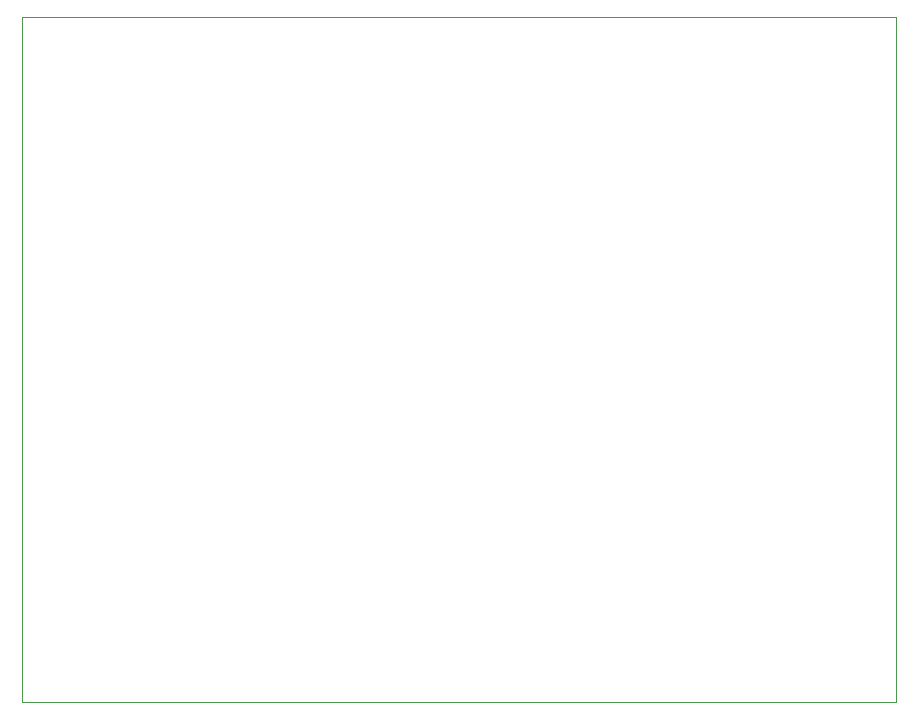
<source format=gbr>
%TF.GenerationSoftware,KiCad,Pcbnew,(6.0.7)*%
%TF.CreationDate,2023-01-15T20:37:24-05:00*%
%TF.ProjectId,ESPoules,4553506f-756c-4657-932e-6b696361645f,rev?*%
%TF.SameCoordinates,Original*%
%TF.FileFunction,Profile,NP*%
%FSLAX46Y46*%
G04 Gerber Fmt 4.6, Leading zero omitted, Abs format (unit mm)*
G04 Created by KiCad (PCBNEW (6.0.7)) date 2023-01-15 20:37:24*
%MOMM*%
%LPD*%
G01*
G04 APERTURE LIST*
%TA.AperFunction,Profile*%
%ADD10C,0.100000*%
%TD*%
G04 APERTURE END LIST*
D10*
X137000000Y-95000000D02*
X211000000Y-95000000D01*
X211000000Y-95000000D02*
X211000000Y-153000000D01*
X211000000Y-153000000D02*
X137000000Y-153000000D01*
X137000000Y-153000000D02*
X137000000Y-95000000D01*
M02*

</source>
